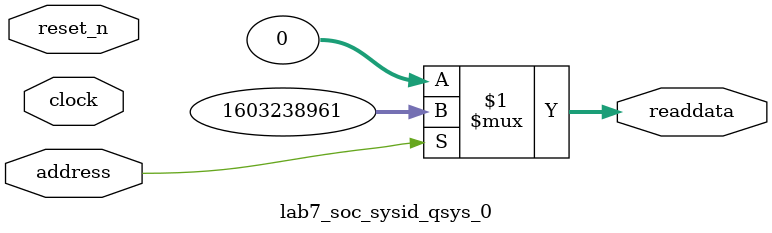
<source format=v>



// synthesis translate_off
`timescale 1ns / 1ps
// synthesis translate_on

// turn off superfluous verilog processor warnings 
// altera message_level Level1 
// altera message_off 10034 10035 10036 10037 10230 10240 10030 

module lab7_soc_sysid_qsys_0 (
               // inputs:
                address,
                clock,
                reset_n,

               // outputs:
                readdata
             )
;

  output  [ 31: 0] readdata;
  input            address;
  input            clock;
  input            reset_n;

  wire    [ 31: 0] readdata;
  //control_slave, which is an e_avalon_slave
  assign readdata = address ? 1603238961 : 0;

endmodule



</source>
